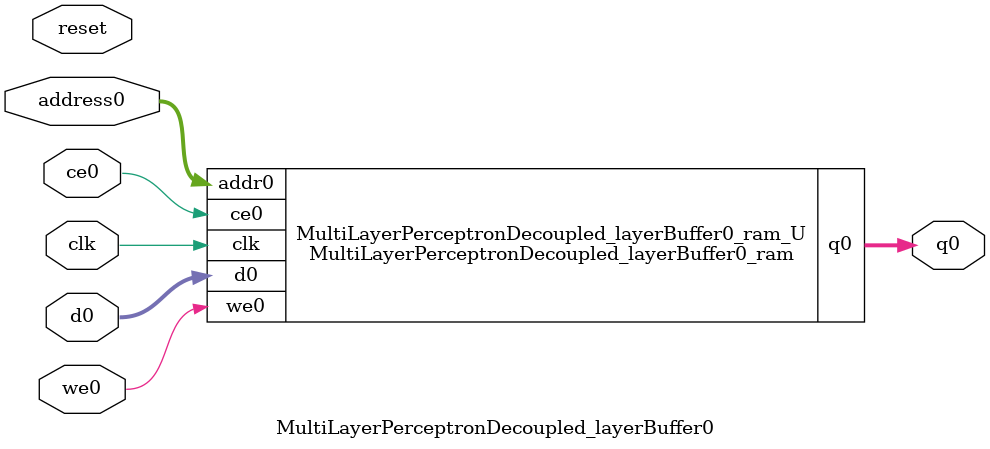
<source format=v>
`timescale 1 ns / 1 ps
module MultiLayerPerceptronDecoupled_layerBuffer0_ram (addr0, ce0, d0, we0, q0,  clk);

parameter DWIDTH = 32;
parameter AWIDTH = 5;
parameter MEM_SIZE = 32;

input[AWIDTH-1:0] addr0;
input ce0;
input[DWIDTH-1:0] d0;
input we0;
output reg[DWIDTH-1:0] q0;
input clk;

(* ram_style = "block" *)reg [DWIDTH-1:0] ram[0:MEM_SIZE-1];




always @(posedge clk)  
begin 
    if (ce0) begin
        if (we0) 
            ram[addr0] <= d0; 
        q0 <= ram[addr0];
    end
end


endmodule

`timescale 1 ns / 1 ps
module MultiLayerPerceptronDecoupled_layerBuffer0(
    reset,
    clk,
    address0,
    ce0,
    we0,
    d0,
    q0);

parameter DataWidth = 32'd32;
parameter AddressRange = 32'd32;
parameter AddressWidth = 32'd5;
input reset;
input clk;
input[AddressWidth - 1:0] address0;
input ce0;
input we0;
input[DataWidth - 1:0] d0;
output[DataWidth - 1:0] q0;



MultiLayerPerceptronDecoupled_layerBuffer0_ram MultiLayerPerceptronDecoupled_layerBuffer0_ram_U(
    .clk( clk ),
    .addr0( address0 ),
    .ce0( ce0 ),
    .we0( we0 ),
    .d0( d0 ),
    .q0( q0 ));

endmodule


</source>
